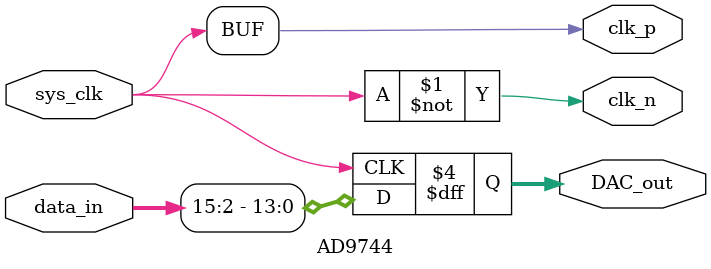
<source format=v>
`timescale 1ns / 1ps


module AD9744(
    input sys_clk,
    input signed [15:0]data_in,
    output reg signed [13:0]DAC_out,
    output clk_p,
    output clk_n
    );
    initial begin
        DAC_out <=0;
    end

    assign clk_p = sys_clk;
    assign clk_n =~sys_clk;

    always @(posedge sys_clk) begin
        DAC_out<=data_in[15:2];
    end
endmodule

</source>
